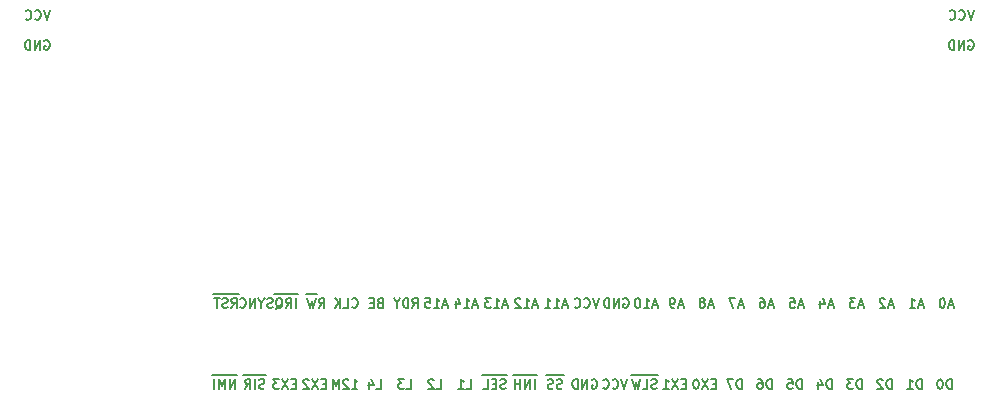
<source format=gbr>
%TF.GenerationSoftware,KiCad,Pcbnew,(5.1.10-1-10_14)*%
%TF.CreationDate,2021-10-31T20:24:47+01:00*%
%TF.ProjectId,planck_board,706c616e-636b-45f6-926f-6172642e6b69,rev?*%
%TF.SameCoordinates,Original*%
%TF.FileFunction,Legend,Bot*%
%TF.FilePolarity,Positive*%
%FSLAX46Y46*%
G04 Gerber Fmt 4.6, Leading zero omitted, Abs format (unit mm)*
G04 Created by KiCad (PCBNEW (5.1.10-1-10_14)) date 2021-10-31 20:24:47*
%MOMM*%
%LPD*%
G01*
G04 APERTURE LIST*
%ADD10C,0.150000*%
G04 APERTURE END LIST*
D10*
X80632166Y33331095D02*
X80365500Y32531095D01*
X80098833Y33331095D01*
X79375023Y32607285D02*
X79413119Y32569190D01*
X79527404Y32531095D01*
X79603595Y32531095D01*
X79717880Y32569190D01*
X79794071Y32645380D01*
X79832166Y32721571D01*
X79870261Y32873952D01*
X79870261Y32988238D01*
X79832166Y33140619D01*
X79794071Y33216809D01*
X79717880Y33293000D01*
X79603595Y33331095D01*
X79527404Y33331095D01*
X79413119Y33293000D01*
X79375023Y33254904D01*
X78575023Y32607285D02*
X78613119Y32569190D01*
X78727404Y32531095D01*
X78803595Y32531095D01*
X78917880Y32569190D01*
X78994071Y32645380D01*
X79032166Y32721571D01*
X79070261Y32873952D01*
X79070261Y32988238D01*
X79032166Y33140619D01*
X78994071Y33216809D01*
X78917880Y33293000D01*
X78803595Y33331095D01*
X78727404Y33331095D01*
X78613119Y33293000D01*
X78575023Y33254904D01*
X80175023Y30753000D02*
X80251214Y30791095D01*
X80365500Y30791095D01*
X80479785Y30753000D01*
X80555976Y30676809D01*
X80594071Y30600619D01*
X80632166Y30448238D01*
X80632166Y30333952D01*
X80594071Y30181571D01*
X80555976Y30105380D01*
X80479785Y30029190D01*
X80365500Y29991095D01*
X80289309Y29991095D01*
X80175023Y30029190D01*
X80136928Y30067285D01*
X80136928Y30333952D01*
X80289309Y30333952D01*
X79794071Y29991095D02*
X79794071Y30791095D01*
X79336928Y29991095D01*
X79336928Y30791095D01*
X78955976Y29991095D02*
X78955976Y30791095D01*
X78765500Y30791095D01*
X78651214Y30753000D01*
X78575023Y30676809D01*
X78536928Y30600619D01*
X78498833Y30448238D01*
X78498833Y30333952D01*
X78536928Y30181571D01*
X78575023Y30105380D01*
X78651214Y30029190D01*
X78765500Y29991095D01*
X78955976Y29991095D01*
X1943023Y30753000D02*
X2019214Y30791095D01*
X2133500Y30791095D01*
X2247785Y30753000D01*
X2323976Y30676809D01*
X2362071Y30600619D01*
X2400166Y30448238D01*
X2400166Y30333952D01*
X2362071Y30181571D01*
X2323976Y30105380D01*
X2247785Y30029190D01*
X2133500Y29991095D01*
X2057309Y29991095D01*
X1943023Y30029190D01*
X1904928Y30067285D01*
X1904928Y30333952D01*
X2057309Y30333952D01*
X1562071Y29991095D02*
X1562071Y30791095D01*
X1104928Y29991095D01*
X1104928Y30791095D01*
X723976Y29991095D02*
X723976Y30791095D01*
X533500Y30791095D01*
X419214Y30753000D01*
X343023Y30676809D01*
X304928Y30600619D01*
X266833Y30448238D01*
X266833Y30333952D01*
X304928Y30181571D01*
X343023Y30105380D01*
X419214Y30029190D01*
X533500Y29991095D01*
X723976Y29991095D01*
X2400166Y33331095D02*
X2133500Y32531095D01*
X1866833Y33331095D01*
X1143023Y32607285D02*
X1181119Y32569190D01*
X1295404Y32531095D01*
X1371595Y32531095D01*
X1485880Y32569190D01*
X1562071Y32645380D01*
X1600166Y32721571D01*
X1638261Y32873952D01*
X1638261Y32988238D01*
X1600166Y33140619D01*
X1562071Y33216809D01*
X1485880Y33293000D01*
X1371595Y33331095D01*
X1295404Y33331095D01*
X1181119Y33293000D01*
X1143023Y33254904D01*
X343023Y32607285D02*
X381119Y32569190D01*
X495404Y32531095D01*
X571595Y32531095D01*
X685880Y32569190D01*
X762071Y32645380D01*
X800166Y32721571D01*
X838261Y32873952D01*
X838261Y32988238D01*
X800166Y33140619D01*
X762071Y33216809D01*
X685880Y33293000D01*
X571595Y33331095D01*
X495404Y33331095D01*
X381119Y33293000D01*
X343023Y33254904D01*
X18421214Y9280000D02*
X17621214Y9280000D01*
X17773595Y8147095D02*
X18040261Y8528047D01*
X18230738Y8147095D02*
X18230738Y8947095D01*
X17925976Y8947095D01*
X17849785Y8909000D01*
X17811690Y8870904D01*
X17773595Y8794714D01*
X17773595Y8680428D01*
X17811690Y8604238D01*
X17849785Y8566142D01*
X17925976Y8528047D01*
X18230738Y8528047D01*
X17621214Y9280000D02*
X16859309Y9280000D01*
X17468833Y8185190D02*
X17354547Y8147095D01*
X17164071Y8147095D01*
X17087880Y8185190D01*
X17049785Y8223285D01*
X17011690Y8299476D01*
X17011690Y8375666D01*
X17049785Y8451857D01*
X17087880Y8489952D01*
X17164071Y8528047D01*
X17316452Y8566142D01*
X17392642Y8604238D01*
X17430738Y8642333D01*
X17468833Y8718523D01*
X17468833Y8794714D01*
X17430738Y8870904D01*
X17392642Y8909000D01*
X17316452Y8947095D01*
X17125976Y8947095D01*
X17011690Y8909000D01*
X16859309Y9280000D02*
X16249785Y9280000D01*
X16783119Y8947095D02*
X16325976Y8947095D01*
X16554547Y8147095D02*
X16554547Y8947095D01*
X25165023Y8147095D02*
X25431690Y8528047D01*
X25622166Y8147095D02*
X25622166Y8947095D01*
X25317404Y8947095D01*
X25241214Y8909000D01*
X25203119Y8870904D01*
X25165023Y8794714D01*
X25165023Y8680428D01*
X25203119Y8604238D01*
X25241214Y8566142D01*
X25317404Y8528047D01*
X25622166Y8528047D01*
X25012642Y9280000D02*
X24098357Y9280000D01*
X24898357Y8947095D02*
X24707880Y8147095D01*
X24555500Y8718523D01*
X24403119Y8147095D01*
X24212642Y8947095D01*
X27971690Y8223285D02*
X28009785Y8185190D01*
X28124071Y8147095D01*
X28200261Y8147095D01*
X28314547Y8185190D01*
X28390738Y8261380D01*
X28428833Y8337571D01*
X28466928Y8489952D01*
X28466928Y8604238D01*
X28428833Y8756619D01*
X28390738Y8832809D01*
X28314547Y8909000D01*
X28200261Y8947095D01*
X28124071Y8947095D01*
X28009785Y8909000D01*
X27971690Y8870904D01*
X27247880Y8147095D02*
X27628833Y8147095D01*
X27628833Y8947095D01*
X26981214Y8147095D02*
X26981214Y8947095D01*
X26524071Y8147095D02*
X26866928Y8604238D01*
X26524071Y8947095D02*
X26981214Y8489952D01*
X61086928Y8375666D02*
X60705976Y8375666D01*
X61163119Y8147095D02*
X60896452Y8947095D01*
X60629785Y8147095D01*
X60439309Y8947095D02*
X59905976Y8947095D01*
X60248833Y8147095D01*
X53847880Y8375666D02*
X53466928Y8375666D01*
X53924071Y8147095D02*
X53657404Y8947095D01*
X53390738Y8147095D01*
X52705023Y8147095D02*
X53162166Y8147095D01*
X52933595Y8147095D02*
X52933595Y8947095D01*
X53009785Y8832809D01*
X53085976Y8756619D01*
X53162166Y8718523D01*
X52209785Y8947095D02*
X52133595Y8947095D01*
X52057404Y8909000D01*
X52019309Y8870904D01*
X51981214Y8794714D01*
X51943119Y8642333D01*
X51943119Y8451857D01*
X51981214Y8299476D01*
X52019309Y8223285D01*
X52057404Y8185190D01*
X52133595Y8147095D01*
X52209785Y8147095D01*
X52285976Y8185190D01*
X52324071Y8223285D01*
X52362166Y8299476D01*
X52400261Y8451857D01*
X52400261Y8642333D01*
X52362166Y8794714D01*
X52324071Y8870904D01*
X52285976Y8909000D01*
X52209785Y8947095D01*
X66166928Y8375666D02*
X65785976Y8375666D01*
X66243119Y8147095D02*
X65976452Y8947095D01*
X65709785Y8147095D01*
X65062166Y8947095D02*
X65443119Y8947095D01*
X65481214Y8566142D01*
X65443119Y8604238D01*
X65366928Y8642333D01*
X65176452Y8642333D01*
X65100261Y8604238D01*
X65062166Y8566142D01*
X65024071Y8489952D01*
X65024071Y8299476D01*
X65062166Y8223285D01*
X65100261Y8185190D01*
X65176452Y8147095D01*
X65366928Y8147095D01*
X65443119Y8185190D01*
X65481214Y8223285D01*
X68706928Y8375666D02*
X68325976Y8375666D01*
X68783119Y8147095D02*
X68516452Y8947095D01*
X68249785Y8147095D01*
X67640261Y8680428D02*
X67640261Y8147095D01*
X67830738Y8985190D02*
X68021214Y8413761D01*
X67525976Y8413761D01*
X73786928Y8375666D02*
X73405976Y8375666D01*
X73863119Y8147095D02*
X73596452Y8947095D01*
X73329785Y8147095D01*
X73101214Y8870904D02*
X73063119Y8909000D01*
X72986928Y8947095D01*
X72796452Y8947095D01*
X72720261Y8909000D01*
X72682166Y8870904D01*
X72644071Y8794714D01*
X72644071Y8718523D01*
X72682166Y8604238D01*
X73139309Y8147095D01*
X72644071Y8147095D01*
X78866928Y8375666D02*
X78485976Y8375666D01*
X78943119Y8147095D02*
X78676452Y8947095D01*
X78409785Y8147095D01*
X77990738Y8947095D02*
X77914547Y8947095D01*
X77838357Y8909000D01*
X77800261Y8870904D01*
X77762166Y8794714D01*
X77724071Y8642333D01*
X77724071Y8451857D01*
X77762166Y8299476D01*
X77800261Y8223285D01*
X77838357Y8185190D01*
X77914547Y8147095D01*
X77990738Y8147095D01*
X78066928Y8185190D01*
X78105023Y8223285D01*
X78143119Y8299476D01*
X78181214Y8451857D01*
X78181214Y8642333D01*
X78143119Y8794714D01*
X78105023Y8870904D01*
X78066928Y8909000D01*
X77990738Y8947095D01*
X76326928Y8375666D02*
X75945976Y8375666D01*
X76403119Y8147095D02*
X76136452Y8947095D01*
X75869785Y8147095D01*
X75184071Y8147095D02*
X75641214Y8147095D01*
X75412642Y8147095D02*
X75412642Y8947095D01*
X75488833Y8832809D01*
X75565023Y8756619D01*
X75641214Y8718523D01*
X38607880Y8375666D02*
X38226928Y8375666D01*
X38684071Y8147095D02*
X38417404Y8947095D01*
X38150738Y8147095D01*
X37465023Y8147095D02*
X37922166Y8147095D01*
X37693595Y8147095D02*
X37693595Y8947095D01*
X37769785Y8832809D01*
X37845976Y8756619D01*
X37922166Y8718523D01*
X36779309Y8680428D02*
X36779309Y8147095D01*
X36969785Y8985190D02*
X37160261Y8413761D01*
X36665023Y8413761D01*
X41147880Y8375666D02*
X40766928Y8375666D01*
X41224071Y8147095D02*
X40957404Y8947095D01*
X40690738Y8147095D01*
X40005023Y8147095D02*
X40462166Y8147095D01*
X40233595Y8147095D02*
X40233595Y8947095D01*
X40309785Y8832809D01*
X40385976Y8756619D01*
X40462166Y8718523D01*
X39738357Y8947095D02*
X39243119Y8947095D01*
X39509785Y8642333D01*
X39395500Y8642333D01*
X39319309Y8604238D01*
X39281214Y8566142D01*
X39243119Y8489952D01*
X39243119Y8299476D01*
X39281214Y8223285D01*
X39319309Y8185190D01*
X39395500Y8147095D01*
X39624071Y8147095D01*
X39700261Y8185190D01*
X39738357Y8223285D01*
X56006928Y8375666D02*
X55625976Y8375666D01*
X56083119Y8147095D02*
X55816452Y8947095D01*
X55549785Y8147095D01*
X55245023Y8147095D02*
X55092642Y8147095D01*
X55016452Y8185190D01*
X54978357Y8223285D01*
X54902166Y8337571D01*
X54864071Y8489952D01*
X54864071Y8794714D01*
X54902166Y8870904D01*
X54940261Y8909000D01*
X55016452Y8947095D01*
X55168833Y8947095D01*
X55245023Y8909000D01*
X55283119Y8870904D01*
X55321214Y8794714D01*
X55321214Y8604238D01*
X55283119Y8528047D01*
X55245023Y8489952D01*
X55168833Y8451857D01*
X55016452Y8451857D01*
X54940261Y8489952D01*
X54902166Y8528047D01*
X54864071Y8604238D01*
X58546928Y8375666D02*
X58165976Y8375666D01*
X58623119Y8147095D02*
X58356452Y8947095D01*
X58089785Y8147095D01*
X57708833Y8604238D02*
X57785023Y8642333D01*
X57823119Y8680428D01*
X57861214Y8756619D01*
X57861214Y8794714D01*
X57823119Y8870904D01*
X57785023Y8909000D01*
X57708833Y8947095D01*
X57556452Y8947095D01*
X57480261Y8909000D01*
X57442166Y8870904D01*
X57404071Y8794714D01*
X57404071Y8756619D01*
X57442166Y8680428D01*
X57480261Y8642333D01*
X57556452Y8604238D01*
X57708833Y8604238D01*
X57785023Y8566142D01*
X57823119Y8528047D01*
X57861214Y8451857D01*
X57861214Y8299476D01*
X57823119Y8223285D01*
X57785023Y8185190D01*
X57708833Y8147095D01*
X57556452Y8147095D01*
X57480261Y8185190D01*
X57442166Y8223285D01*
X57404071Y8299476D01*
X57404071Y8451857D01*
X57442166Y8528047D01*
X57480261Y8566142D01*
X57556452Y8604238D01*
X33070738Y8147095D02*
X33337404Y8528047D01*
X33527880Y8147095D02*
X33527880Y8947095D01*
X33223119Y8947095D01*
X33146928Y8909000D01*
X33108833Y8870904D01*
X33070738Y8794714D01*
X33070738Y8680428D01*
X33108833Y8604238D01*
X33146928Y8566142D01*
X33223119Y8528047D01*
X33527880Y8528047D01*
X32727880Y8147095D02*
X32727880Y8947095D01*
X32537404Y8947095D01*
X32423119Y8909000D01*
X32346928Y8832809D01*
X32308833Y8756619D01*
X32270738Y8604238D01*
X32270738Y8489952D01*
X32308833Y8337571D01*
X32346928Y8261380D01*
X32423119Y8185190D01*
X32537404Y8147095D01*
X32727880Y8147095D01*
X31775500Y8528047D02*
X31775500Y8147095D01*
X32042166Y8947095D02*
X31775500Y8528047D01*
X31508833Y8947095D01*
X36067880Y8375666D02*
X35686928Y8375666D01*
X36144071Y8147095D02*
X35877404Y8947095D01*
X35610738Y8147095D01*
X34925023Y8147095D02*
X35382166Y8147095D01*
X35153595Y8147095D02*
X35153595Y8947095D01*
X35229785Y8832809D01*
X35305976Y8756619D01*
X35382166Y8718523D01*
X34201214Y8947095D02*
X34582166Y8947095D01*
X34620261Y8566142D01*
X34582166Y8604238D01*
X34505976Y8642333D01*
X34315500Y8642333D01*
X34239309Y8604238D01*
X34201214Y8566142D01*
X34163119Y8489952D01*
X34163119Y8299476D01*
X34201214Y8223285D01*
X34239309Y8185190D01*
X34315500Y8147095D01*
X34505976Y8147095D01*
X34582166Y8185190D01*
X34620261Y8223285D01*
X23425023Y9280000D02*
X23044071Y9280000D01*
X23234547Y8147095D02*
X23234547Y8947095D01*
X23044071Y9280000D02*
X22244071Y9280000D01*
X22396452Y8147095D02*
X22663119Y8528047D01*
X22853595Y8147095D02*
X22853595Y8947095D01*
X22548833Y8947095D01*
X22472642Y8909000D01*
X22434547Y8870904D01*
X22396452Y8794714D01*
X22396452Y8680428D01*
X22434547Y8604238D01*
X22472642Y8566142D01*
X22548833Y8528047D01*
X22853595Y8528047D01*
X22244071Y9280000D02*
X21405976Y9280000D01*
X21520261Y8070904D02*
X21596452Y8109000D01*
X21672642Y8185190D01*
X21786928Y8299476D01*
X21863119Y8337571D01*
X21939309Y8337571D01*
X21901214Y8147095D02*
X21977404Y8185190D01*
X22053595Y8261380D01*
X22091690Y8413761D01*
X22091690Y8680428D01*
X22053595Y8832809D01*
X21977404Y8909000D01*
X21901214Y8947095D01*
X21748833Y8947095D01*
X21672642Y8909000D01*
X21596452Y8832809D01*
X21558357Y8680428D01*
X21558357Y8413761D01*
X21596452Y8261380D01*
X21672642Y8185190D01*
X21748833Y8147095D01*
X21901214Y8147095D01*
X43687880Y8375666D02*
X43306928Y8375666D01*
X43764071Y8147095D02*
X43497404Y8947095D01*
X43230738Y8147095D01*
X42545023Y8147095D02*
X43002166Y8147095D01*
X42773595Y8147095D02*
X42773595Y8947095D01*
X42849785Y8832809D01*
X42925976Y8756619D01*
X43002166Y8718523D01*
X42240261Y8870904D02*
X42202166Y8909000D01*
X42125976Y8947095D01*
X41935500Y8947095D01*
X41859309Y8909000D01*
X41821214Y8870904D01*
X41783119Y8794714D01*
X41783119Y8718523D01*
X41821214Y8604238D01*
X42278357Y8147095D01*
X41783119Y8147095D01*
X46227880Y8375666D02*
X45846928Y8375666D01*
X46304071Y8147095D02*
X46037404Y8947095D01*
X45770738Y8147095D01*
X45085023Y8147095D02*
X45542166Y8147095D01*
X45313595Y8147095D02*
X45313595Y8947095D01*
X45389785Y8832809D01*
X45465976Y8756619D01*
X45542166Y8718523D01*
X44323119Y8147095D02*
X44780261Y8147095D01*
X44551690Y8147095D02*
X44551690Y8947095D01*
X44627880Y8832809D01*
X44704071Y8756619D01*
X44780261Y8718523D01*
X48882166Y8947095D02*
X48615500Y8147095D01*
X48348833Y8947095D01*
X47625023Y8223285D02*
X47663119Y8185190D01*
X47777404Y8147095D01*
X47853595Y8147095D01*
X47967880Y8185190D01*
X48044071Y8261380D01*
X48082166Y8337571D01*
X48120261Y8489952D01*
X48120261Y8604238D01*
X48082166Y8756619D01*
X48044071Y8832809D01*
X47967880Y8909000D01*
X47853595Y8947095D01*
X47777404Y8947095D01*
X47663119Y8909000D01*
X47625023Y8870904D01*
X46825023Y8223285D02*
X46863119Y8185190D01*
X46977404Y8147095D01*
X47053595Y8147095D01*
X47167880Y8185190D01*
X47244071Y8261380D01*
X47282166Y8337571D01*
X47320261Y8489952D01*
X47320261Y8604238D01*
X47282166Y8756619D01*
X47244071Y8832809D01*
X47167880Y8909000D01*
X47053595Y8947095D01*
X46977404Y8947095D01*
X46863119Y8909000D01*
X46825023Y8870904D01*
X71246928Y8375666D02*
X70865976Y8375666D01*
X71323119Y8147095D02*
X71056452Y8947095D01*
X70789785Y8147095D01*
X70599309Y8947095D02*
X70104071Y8947095D01*
X70370738Y8642333D01*
X70256452Y8642333D01*
X70180261Y8604238D01*
X70142166Y8566142D01*
X70104071Y8489952D01*
X70104071Y8299476D01*
X70142166Y8223285D01*
X70180261Y8185190D01*
X70256452Y8147095D01*
X70485023Y8147095D01*
X70561214Y8185190D01*
X70599309Y8223285D01*
X50965023Y8909000D02*
X51041214Y8947095D01*
X51155500Y8947095D01*
X51269785Y8909000D01*
X51345976Y8832809D01*
X51384071Y8756619D01*
X51422166Y8604238D01*
X51422166Y8489952D01*
X51384071Y8337571D01*
X51345976Y8261380D01*
X51269785Y8185190D01*
X51155500Y8147095D01*
X51079309Y8147095D01*
X50965023Y8185190D01*
X50926928Y8223285D01*
X50926928Y8489952D01*
X51079309Y8489952D01*
X50584071Y8147095D02*
X50584071Y8947095D01*
X50126928Y8147095D01*
X50126928Y8947095D01*
X49745976Y8147095D02*
X49745976Y8947095D01*
X49555500Y8947095D01*
X49441214Y8909000D01*
X49365023Y8832809D01*
X49326928Y8756619D01*
X49288833Y8604238D01*
X49288833Y8489952D01*
X49326928Y8337571D01*
X49365023Y8261380D01*
X49441214Y8185190D01*
X49555500Y8147095D01*
X49745976Y8147095D01*
X21265976Y8185190D02*
X21151690Y8147095D01*
X20961214Y8147095D01*
X20885023Y8185190D01*
X20846928Y8223285D01*
X20808833Y8299476D01*
X20808833Y8375666D01*
X20846928Y8451857D01*
X20885023Y8489952D01*
X20961214Y8528047D01*
X21113595Y8566142D01*
X21189785Y8604238D01*
X21227880Y8642333D01*
X21265976Y8718523D01*
X21265976Y8794714D01*
X21227880Y8870904D01*
X21189785Y8909000D01*
X21113595Y8947095D01*
X20923119Y8947095D01*
X20808833Y8909000D01*
X20313595Y8528047D02*
X20313595Y8147095D01*
X20580261Y8947095D02*
X20313595Y8528047D01*
X20046928Y8947095D01*
X19780261Y8147095D02*
X19780261Y8947095D01*
X19323119Y8147095D01*
X19323119Y8947095D01*
X18485023Y8223285D02*
X18523119Y8185190D01*
X18637404Y8147095D01*
X18713595Y8147095D01*
X18827880Y8185190D01*
X18904071Y8261380D01*
X18942166Y8337571D01*
X18980261Y8489952D01*
X18980261Y8604238D01*
X18942166Y8756619D01*
X18904071Y8832809D01*
X18827880Y8909000D01*
X18713595Y8947095D01*
X18637404Y8947095D01*
X18523119Y8909000D01*
X18485023Y8870904D01*
X63626928Y8375666D02*
X63245976Y8375666D01*
X63703119Y8147095D02*
X63436452Y8947095D01*
X63169785Y8147095D01*
X62560261Y8947095D02*
X62712642Y8947095D01*
X62788833Y8909000D01*
X62826928Y8870904D01*
X62903119Y8756619D01*
X62941214Y8604238D01*
X62941214Y8299476D01*
X62903119Y8223285D01*
X62865023Y8185190D01*
X62788833Y8147095D01*
X62636452Y8147095D01*
X62560261Y8185190D01*
X62522166Y8223285D01*
X62484071Y8299476D01*
X62484071Y8489952D01*
X62522166Y8566142D01*
X62560261Y8604238D01*
X62636452Y8642333D01*
X62788833Y8642333D01*
X62865023Y8604238D01*
X62903119Y8566142D01*
X62941214Y8489952D01*
X30340261Y8566142D02*
X30225976Y8528047D01*
X30187880Y8489952D01*
X30149785Y8413761D01*
X30149785Y8299476D01*
X30187880Y8223285D01*
X30225976Y8185190D01*
X30302166Y8147095D01*
X30606928Y8147095D01*
X30606928Y8947095D01*
X30340261Y8947095D01*
X30264071Y8909000D01*
X30225976Y8870904D01*
X30187880Y8794714D01*
X30187880Y8718523D01*
X30225976Y8642333D01*
X30264071Y8604238D01*
X30340261Y8566142D01*
X30606928Y8566142D01*
X29806928Y8566142D02*
X29540261Y8566142D01*
X29425976Y8147095D02*
X29806928Y8147095D01*
X29806928Y8947095D01*
X29425976Y8947095D01*
X18275166Y2422000D02*
X17437071Y2422000D01*
X18084690Y1289095D02*
X18084690Y2089095D01*
X17627547Y1289095D01*
X17627547Y2089095D01*
X17437071Y2422000D02*
X16522785Y2422000D01*
X17246595Y1289095D02*
X17246595Y2089095D01*
X16979928Y1517666D01*
X16713261Y2089095D01*
X16713261Y1289095D01*
X16522785Y2422000D02*
X16141833Y2422000D01*
X16332309Y1289095D02*
X16332309Y2089095D01*
X20719928Y2422000D02*
X19958023Y2422000D01*
X20567547Y1327190D02*
X20453261Y1289095D01*
X20262785Y1289095D01*
X20186595Y1327190D01*
X20148500Y1365285D01*
X20110404Y1441476D01*
X20110404Y1517666D01*
X20148500Y1593857D01*
X20186595Y1631952D01*
X20262785Y1670047D01*
X20415166Y1708142D01*
X20491357Y1746238D01*
X20529452Y1784333D01*
X20567547Y1860523D01*
X20567547Y1936714D01*
X20529452Y2012904D01*
X20491357Y2051000D01*
X20415166Y2089095D01*
X20224690Y2089095D01*
X20110404Y2051000D01*
X19958023Y2422000D02*
X19577071Y2422000D01*
X19767547Y1289095D02*
X19767547Y2089095D01*
X19577071Y2422000D02*
X18777071Y2422000D01*
X18929452Y1289095D02*
X19196119Y1670047D01*
X19386595Y1289095D02*
X19386595Y2089095D01*
X19081833Y2089095D01*
X19005642Y2051000D01*
X18967547Y2012904D01*
X18929452Y1936714D01*
X18929452Y1822428D01*
X18967547Y1746238D01*
X19005642Y1708142D01*
X19081833Y1670047D01*
X19386595Y1670047D01*
X25761833Y1708142D02*
X25495166Y1708142D01*
X25380880Y1289095D02*
X25761833Y1289095D01*
X25761833Y2089095D01*
X25380880Y2089095D01*
X25114214Y2089095D02*
X24580880Y1289095D01*
X24580880Y2089095D02*
X25114214Y1289095D01*
X24314214Y2012904D02*
X24276119Y2051000D01*
X24199928Y2089095D01*
X24009452Y2089095D01*
X23933261Y2051000D01*
X23895166Y2012904D01*
X23857071Y1936714D01*
X23857071Y1860523D01*
X23895166Y1746238D01*
X24352309Y1289095D01*
X23857071Y1289095D01*
X43637071Y2422000D02*
X43256119Y2422000D01*
X43446595Y1289095D02*
X43446595Y2089095D01*
X43256119Y2422000D02*
X42418023Y2422000D01*
X43065642Y1289095D02*
X43065642Y2089095D01*
X42608500Y1289095D01*
X42608500Y2089095D01*
X42418023Y2422000D02*
X41579928Y2422000D01*
X42227547Y1289095D02*
X42227547Y2089095D01*
X42227547Y1708142D02*
X41770404Y1708142D01*
X41770404Y1289095D02*
X41770404Y2089095D01*
X41135166Y2422000D02*
X40373261Y2422000D01*
X40982785Y1327190D02*
X40868500Y1289095D01*
X40678023Y1289095D01*
X40601833Y1327190D01*
X40563738Y1365285D01*
X40525642Y1441476D01*
X40525642Y1517666D01*
X40563738Y1593857D01*
X40601833Y1631952D01*
X40678023Y1670047D01*
X40830404Y1708142D01*
X40906595Y1746238D01*
X40944690Y1784333D01*
X40982785Y1860523D01*
X40982785Y1936714D01*
X40944690Y2012904D01*
X40906595Y2051000D01*
X40830404Y2089095D01*
X40639928Y2089095D01*
X40525642Y2051000D01*
X40373261Y2422000D02*
X39649452Y2422000D01*
X40182785Y1708142D02*
X39916119Y1708142D01*
X39801833Y1289095D02*
X40182785Y1289095D01*
X40182785Y2089095D01*
X39801833Y2089095D01*
X39649452Y2422000D02*
X39001833Y2422000D01*
X39078023Y1289095D02*
X39458976Y1289095D01*
X39458976Y2089095D01*
X27978023Y1289095D02*
X28435166Y1289095D01*
X28206595Y1289095D02*
X28206595Y2089095D01*
X28282785Y1974809D01*
X28358976Y1898619D01*
X28435166Y1860523D01*
X27673261Y2012904D02*
X27635166Y2051000D01*
X27558976Y2089095D01*
X27368500Y2089095D01*
X27292309Y2051000D01*
X27254214Y2012904D01*
X27216119Y1936714D01*
X27216119Y1860523D01*
X27254214Y1746238D01*
X27711357Y1289095D01*
X27216119Y1289095D01*
X26873261Y1289095D02*
X26873261Y2089095D01*
X26606595Y1517666D01*
X26339928Y2089095D01*
X26339928Y1289095D01*
X37661833Y1289095D02*
X38042785Y1289095D01*
X38042785Y2089095D01*
X36976119Y1289095D02*
X37433261Y1289095D01*
X37204690Y1289095D02*
X37204690Y2089095D01*
X37280880Y1974809D01*
X37357071Y1898619D01*
X37433261Y1860523D01*
X32581833Y1289095D02*
X32962785Y1289095D01*
X32962785Y2089095D01*
X32391357Y2089095D02*
X31896119Y2089095D01*
X32162785Y1784333D01*
X32048500Y1784333D01*
X31972309Y1746238D01*
X31934214Y1708142D01*
X31896119Y1631952D01*
X31896119Y1441476D01*
X31934214Y1365285D01*
X31972309Y1327190D01*
X32048500Y1289095D01*
X32277071Y1289095D01*
X32353261Y1327190D01*
X32391357Y1365285D01*
X23221833Y1708142D02*
X22955166Y1708142D01*
X22840880Y1289095D02*
X23221833Y1289095D01*
X23221833Y2089095D01*
X22840880Y2089095D01*
X22574214Y2089095D02*
X22040880Y1289095D01*
X22040880Y2089095D02*
X22574214Y1289095D01*
X21812309Y2089095D02*
X21317071Y2089095D01*
X21583738Y1784333D01*
X21469452Y1784333D01*
X21393261Y1746238D01*
X21355166Y1708142D01*
X21317071Y1631952D01*
X21317071Y1441476D01*
X21355166Y1365285D01*
X21393261Y1327190D01*
X21469452Y1289095D01*
X21698023Y1289095D01*
X21774214Y1327190D01*
X21812309Y1365285D01*
X30041833Y1289095D02*
X30422785Y1289095D01*
X30422785Y2089095D01*
X29432309Y1822428D02*
X29432309Y1289095D01*
X29622785Y2127190D02*
X29813261Y1555761D01*
X29318023Y1555761D01*
X35121833Y1289095D02*
X35502785Y1289095D01*
X35502785Y2089095D01*
X34893261Y2012904D02*
X34855166Y2051000D01*
X34778976Y2089095D01*
X34588500Y2089095D01*
X34512309Y2051000D01*
X34474214Y2012904D01*
X34436119Y1936714D01*
X34436119Y1860523D01*
X34474214Y1746238D01*
X34931357Y1289095D01*
X34436119Y1289095D01*
X68598976Y1289095D02*
X68598976Y2089095D01*
X68408500Y2089095D01*
X68294214Y2051000D01*
X68218023Y1974809D01*
X68179928Y1898619D01*
X68141833Y1746238D01*
X68141833Y1631952D01*
X68179928Y1479571D01*
X68218023Y1403380D01*
X68294214Y1327190D01*
X68408500Y1289095D01*
X68598976Y1289095D01*
X67456119Y1822428D02*
X67456119Y1289095D01*
X67646595Y2127190D02*
X67837071Y1555761D01*
X67341833Y1555761D01*
X53930404Y2422000D02*
X53168500Y2422000D01*
X53778023Y1327190D02*
X53663738Y1289095D01*
X53473261Y1289095D01*
X53397071Y1327190D01*
X53358976Y1365285D01*
X53320880Y1441476D01*
X53320880Y1517666D01*
X53358976Y1593857D01*
X53397071Y1631952D01*
X53473261Y1670047D01*
X53625642Y1708142D01*
X53701833Y1746238D01*
X53739928Y1784333D01*
X53778023Y1860523D01*
X53778023Y1936714D01*
X53739928Y2012904D01*
X53701833Y2051000D01*
X53625642Y2089095D01*
X53435166Y2089095D01*
X53320880Y2051000D01*
X53168500Y2422000D02*
X52520880Y2422000D01*
X52597071Y1289095D02*
X52978023Y1289095D01*
X52978023Y2089095D01*
X52520880Y2422000D02*
X51606595Y2422000D01*
X52406595Y2089095D02*
X52216119Y1289095D01*
X52063738Y1860523D01*
X51911357Y1289095D01*
X51720880Y2089095D01*
X66058976Y1289095D02*
X66058976Y2089095D01*
X65868500Y2089095D01*
X65754214Y2051000D01*
X65678023Y1974809D01*
X65639928Y1898619D01*
X65601833Y1746238D01*
X65601833Y1631952D01*
X65639928Y1479571D01*
X65678023Y1403380D01*
X65754214Y1327190D01*
X65868500Y1289095D01*
X66058976Y1289095D01*
X64878023Y2089095D02*
X65258976Y2089095D01*
X65297071Y1708142D01*
X65258976Y1746238D01*
X65182785Y1784333D01*
X64992309Y1784333D01*
X64916119Y1746238D01*
X64878023Y1708142D01*
X64839928Y1631952D01*
X64839928Y1441476D01*
X64878023Y1365285D01*
X64916119Y1327190D01*
X64992309Y1289095D01*
X65182785Y1289095D01*
X65258976Y1327190D01*
X65297071Y1365285D01*
X56241833Y1708142D02*
X55975166Y1708142D01*
X55860880Y1289095D02*
X56241833Y1289095D01*
X56241833Y2089095D01*
X55860880Y2089095D01*
X55594214Y2089095D02*
X55060880Y1289095D01*
X55060880Y2089095D02*
X55594214Y1289095D01*
X54337071Y1289095D02*
X54794214Y1289095D01*
X54565642Y1289095D02*
X54565642Y2089095D01*
X54641833Y1974809D01*
X54718023Y1898619D01*
X54794214Y1860523D01*
X63518976Y1289095D02*
X63518976Y2089095D01*
X63328500Y2089095D01*
X63214214Y2051000D01*
X63138023Y1974809D01*
X63099928Y1898619D01*
X63061833Y1746238D01*
X63061833Y1631952D01*
X63099928Y1479571D01*
X63138023Y1403380D01*
X63214214Y1327190D01*
X63328500Y1289095D01*
X63518976Y1289095D01*
X62376119Y2089095D02*
X62528500Y2089095D01*
X62604690Y2051000D01*
X62642785Y2012904D01*
X62718976Y1898619D01*
X62757071Y1746238D01*
X62757071Y1441476D01*
X62718976Y1365285D01*
X62680880Y1327190D01*
X62604690Y1289095D01*
X62452309Y1289095D01*
X62376119Y1327190D01*
X62338023Y1365285D01*
X62299928Y1441476D01*
X62299928Y1631952D01*
X62338023Y1708142D01*
X62376119Y1746238D01*
X62452309Y1784333D01*
X62604690Y1784333D01*
X62680880Y1746238D01*
X62718976Y1708142D01*
X62757071Y1631952D01*
X58781833Y1708142D02*
X58515166Y1708142D01*
X58400880Y1289095D02*
X58781833Y1289095D01*
X58781833Y2089095D01*
X58400880Y2089095D01*
X58134214Y2089095D02*
X57600880Y1289095D01*
X57600880Y2089095D02*
X58134214Y1289095D01*
X57143738Y2089095D02*
X57067547Y2089095D01*
X56991357Y2051000D01*
X56953261Y2012904D01*
X56915166Y1936714D01*
X56877071Y1784333D01*
X56877071Y1593857D01*
X56915166Y1441476D01*
X56953261Y1365285D01*
X56991357Y1327190D01*
X57067547Y1289095D01*
X57143738Y1289095D01*
X57219928Y1327190D01*
X57258023Y1365285D01*
X57296119Y1441476D01*
X57334214Y1593857D01*
X57334214Y1784333D01*
X57296119Y1936714D01*
X57258023Y2012904D01*
X57219928Y2051000D01*
X57143738Y2089095D01*
X60978976Y1289095D02*
X60978976Y2089095D01*
X60788500Y2089095D01*
X60674214Y2051000D01*
X60598023Y1974809D01*
X60559928Y1898619D01*
X60521833Y1746238D01*
X60521833Y1631952D01*
X60559928Y1479571D01*
X60598023Y1403380D01*
X60674214Y1327190D01*
X60788500Y1289095D01*
X60978976Y1289095D01*
X60255166Y2089095D02*
X59721833Y2089095D01*
X60064690Y1289095D01*
X51295166Y2089095D02*
X51028500Y1289095D01*
X50761833Y2089095D01*
X50038023Y1365285D02*
X50076119Y1327190D01*
X50190404Y1289095D01*
X50266595Y1289095D01*
X50380880Y1327190D01*
X50457071Y1403380D01*
X50495166Y1479571D01*
X50533261Y1631952D01*
X50533261Y1746238D01*
X50495166Y1898619D01*
X50457071Y1974809D01*
X50380880Y2051000D01*
X50266595Y2089095D01*
X50190404Y2089095D01*
X50076119Y2051000D01*
X50038023Y2012904D01*
X49238023Y1365285D02*
X49276119Y1327190D01*
X49390404Y1289095D01*
X49466595Y1289095D01*
X49580880Y1327190D01*
X49657071Y1403380D01*
X49695166Y1479571D01*
X49733261Y1631952D01*
X49733261Y1746238D01*
X49695166Y1898619D01*
X49657071Y1974809D01*
X49580880Y2051000D01*
X49466595Y2089095D01*
X49390404Y2089095D01*
X49276119Y2051000D01*
X49238023Y2012904D01*
X71138976Y1289095D02*
X71138976Y2089095D01*
X70948500Y2089095D01*
X70834214Y2051000D01*
X70758023Y1974809D01*
X70719928Y1898619D01*
X70681833Y1746238D01*
X70681833Y1631952D01*
X70719928Y1479571D01*
X70758023Y1403380D01*
X70834214Y1327190D01*
X70948500Y1289095D01*
X71138976Y1289095D01*
X70415166Y2089095D02*
X69919928Y2089095D01*
X70186595Y1784333D01*
X70072309Y1784333D01*
X69996119Y1746238D01*
X69958023Y1708142D01*
X69919928Y1631952D01*
X69919928Y1441476D01*
X69958023Y1365285D01*
X69996119Y1327190D01*
X70072309Y1289095D01*
X70300880Y1289095D01*
X70377071Y1327190D01*
X70415166Y1365285D01*
X48298023Y2051000D02*
X48374214Y2089095D01*
X48488500Y2089095D01*
X48602785Y2051000D01*
X48678976Y1974809D01*
X48717071Y1898619D01*
X48755166Y1746238D01*
X48755166Y1631952D01*
X48717071Y1479571D01*
X48678976Y1403380D01*
X48602785Y1327190D01*
X48488500Y1289095D01*
X48412309Y1289095D01*
X48298023Y1327190D01*
X48259928Y1365285D01*
X48259928Y1631952D01*
X48412309Y1631952D01*
X47917071Y1289095D02*
X47917071Y2089095D01*
X47459928Y1289095D01*
X47459928Y2089095D01*
X47078976Y1289095D02*
X47078976Y2089095D01*
X46888500Y2089095D01*
X46774214Y2051000D01*
X46698023Y1974809D01*
X46659928Y1898619D01*
X46621833Y1746238D01*
X46621833Y1631952D01*
X46659928Y1479571D01*
X46698023Y1403380D01*
X46774214Y1327190D01*
X46888500Y1289095D01*
X47078976Y1289095D01*
X73678976Y1289095D02*
X73678976Y2089095D01*
X73488500Y2089095D01*
X73374214Y2051000D01*
X73298023Y1974809D01*
X73259928Y1898619D01*
X73221833Y1746238D01*
X73221833Y1631952D01*
X73259928Y1479571D01*
X73298023Y1403380D01*
X73374214Y1327190D01*
X73488500Y1289095D01*
X73678976Y1289095D01*
X72917071Y2012904D02*
X72878976Y2051000D01*
X72802785Y2089095D01*
X72612309Y2089095D01*
X72536119Y2051000D01*
X72498023Y2012904D01*
X72459928Y1936714D01*
X72459928Y1860523D01*
X72498023Y1746238D01*
X72955166Y1289095D01*
X72459928Y1289095D01*
X45910404Y2422000D02*
X45148500Y2422000D01*
X45758023Y1327190D02*
X45643738Y1289095D01*
X45453261Y1289095D01*
X45377071Y1327190D01*
X45338976Y1365285D01*
X45300880Y1441476D01*
X45300880Y1517666D01*
X45338976Y1593857D01*
X45377071Y1631952D01*
X45453261Y1670047D01*
X45605642Y1708142D01*
X45681833Y1746238D01*
X45719928Y1784333D01*
X45758023Y1860523D01*
X45758023Y1936714D01*
X45719928Y2012904D01*
X45681833Y2051000D01*
X45605642Y2089095D01*
X45415166Y2089095D01*
X45300880Y2051000D01*
X45148500Y2422000D02*
X44386595Y2422000D01*
X44996119Y1327190D02*
X44881833Y1289095D01*
X44691357Y1289095D01*
X44615166Y1327190D01*
X44577071Y1365285D01*
X44538976Y1441476D01*
X44538976Y1517666D01*
X44577071Y1593857D01*
X44615166Y1631952D01*
X44691357Y1670047D01*
X44843738Y1708142D01*
X44919928Y1746238D01*
X44958023Y1784333D01*
X44996119Y1860523D01*
X44996119Y1936714D01*
X44958023Y2012904D01*
X44919928Y2051000D01*
X44843738Y2089095D01*
X44653261Y2089095D01*
X44538976Y2051000D01*
X76218976Y1289095D02*
X76218976Y2089095D01*
X76028500Y2089095D01*
X75914214Y2051000D01*
X75838023Y1974809D01*
X75799928Y1898619D01*
X75761833Y1746238D01*
X75761833Y1631952D01*
X75799928Y1479571D01*
X75838023Y1403380D01*
X75914214Y1327190D01*
X76028500Y1289095D01*
X76218976Y1289095D01*
X74999928Y1289095D02*
X75457071Y1289095D01*
X75228500Y1289095D02*
X75228500Y2089095D01*
X75304690Y1974809D01*
X75380880Y1898619D01*
X75457071Y1860523D01*
X78758976Y1289095D02*
X78758976Y2089095D01*
X78568500Y2089095D01*
X78454214Y2051000D01*
X78378023Y1974809D01*
X78339928Y1898619D01*
X78301833Y1746238D01*
X78301833Y1631952D01*
X78339928Y1479571D01*
X78378023Y1403380D01*
X78454214Y1327190D01*
X78568500Y1289095D01*
X78758976Y1289095D01*
X77806595Y2089095D02*
X77730404Y2089095D01*
X77654214Y2051000D01*
X77616119Y2012904D01*
X77578023Y1936714D01*
X77539928Y1784333D01*
X77539928Y1593857D01*
X77578023Y1441476D01*
X77616119Y1365285D01*
X77654214Y1327190D01*
X77730404Y1289095D01*
X77806595Y1289095D01*
X77882785Y1327190D01*
X77920880Y1365285D01*
X77958976Y1441476D01*
X77997071Y1593857D01*
X77997071Y1784333D01*
X77958976Y1936714D01*
X77920880Y2012904D01*
X77882785Y2051000D01*
X77806595Y2089095D01*
M02*

</source>
